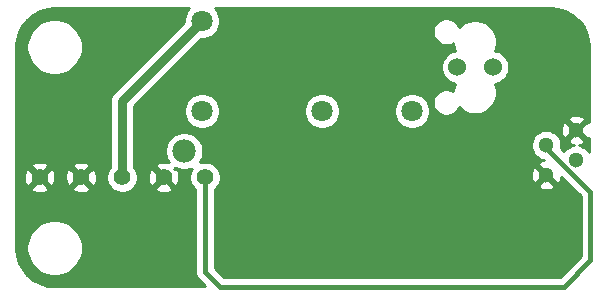
<source format=gbl>
G04 #@! TF.GenerationSoftware,KiCad,Pcbnew,(5.1.4-0-10_14)*
G04 #@! TF.CreationDate,2020-01-14T22:25:27-05:00*
G04 #@! TF.ProjectId,IMD_LATCH,494d445f-4c41-4544-9348-2e6b69636164,1*
G04 #@! TF.SameCoordinates,Original*
G04 #@! TF.FileFunction,Copper,L2,Bot*
G04 #@! TF.FilePolarity,Positive*
%FSLAX46Y46*%
G04 Gerber Fmt 4.6, Leading zero omitted, Abs format (unit mm)*
G04 Created by KiCad (PCBNEW (5.1.4-0-10_14)) date 2020-01-14 22:25:27*
%MOMM*%
%LPD*%
G04 APERTURE LIST*
%ADD10C,1.397000*%
%ADD11C,1.981000*%
%ADD12C,1.300000*%
%ADD13C,1.524000*%
%ADD14C,1.800000*%
%ADD15C,0.609600*%
%ADD16C,0.406400*%
%ADD17C,0.762000*%
%ADD18C,0.254000*%
G04 APERTURE END LIST*
D10*
X128597600Y-122313700D03*
X132097600Y-122313700D03*
D11*
X130347600Y-120083700D03*
D10*
X125097600Y-122313700D03*
X121597600Y-122313700D03*
X118097600Y-122313700D03*
D12*
X160997900Y-119583200D03*
X160997900Y-122123200D03*
X163537900Y-120853200D03*
X163537900Y-118313200D03*
D13*
X156476700Y-112979200D03*
X153479500Y-112979200D03*
D14*
X131851400Y-116700300D03*
X142011400Y-116700300D03*
X149631400Y-116700300D03*
X131851400Y-109080300D03*
D15*
X144945100Y-129514600D03*
X143027400Y-119329200D03*
D16*
X152298400Y-119964200D02*
X152298400Y-119951518D01*
X152298400Y-119951518D02*
X153758901Y-118491017D01*
X153758901Y-118491017D02*
X154063700Y-118186218D01*
D17*
X125097600Y-115834100D02*
X131851400Y-109080300D01*
X125097600Y-122313700D02*
X125097600Y-115834100D01*
D16*
X164744400Y-123547990D02*
X160997900Y-119801490D01*
X162509200Y-131559300D02*
X164744400Y-129324100D01*
X132097600Y-122313700D02*
X132097600Y-130306900D01*
X132097600Y-130306900D02*
X133350000Y-131559300D01*
X160997900Y-119801490D02*
X160997900Y-119583200D01*
X164744400Y-129324100D02*
X164744400Y-123547990D01*
X133350000Y-131559300D02*
X162509200Y-131559300D01*
D18*
G36*
X130659088Y-108101795D02*
G01*
X130491101Y-108353205D01*
X130375389Y-108632557D01*
X130316400Y-108929116D01*
X130316400Y-109178459D01*
X124414468Y-115080392D01*
X124375705Y-115112204D01*
X124248741Y-115266910D01*
X124158903Y-115434987D01*
X124154399Y-115443413D01*
X124096302Y-115634930D01*
X124076685Y-115834100D01*
X124081601Y-115884012D01*
X124081600Y-121443846D01*
X124061803Y-121463643D01*
X123915868Y-121682051D01*
X123815346Y-121924732D01*
X123764100Y-122182362D01*
X123764100Y-122445038D01*
X123815346Y-122702668D01*
X123915868Y-122945349D01*
X124061803Y-123163757D01*
X124247543Y-123349497D01*
X124465951Y-123495432D01*
X124708632Y-123595954D01*
X124966262Y-123647200D01*
X125228938Y-123647200D01*
X125486568Y-123595954D01*
X125729249Y-123495432D01*
X125947657Y-123349497D01*
X126063257Y-123233897D01*
X127857008Y-123233897D01*
X127916286Y-123467512D01*
X128154475Y-123578259D01*
X128409693Y-123640411D01*
X128672133Y-123651576D01*
X128931707Y-123611329D01*
X129178442Y-123521214D01*
X129278914Y-123467512D01*
X129338192Y-123233897D01*
X128597600Y-122493305D01*
X127857008Y-123233897D01*
X126063257Y-123233897D01*
X126133397Y-123163757D01*
X126279332Y-122945349D01*
X126379854Y-122702668D01*
X126431100Y-122445038D01*
X126431100Y-122388233D01*
X127259724Y-122388233D01*
X127299971Y-122647807D01*
X127390086Y-122894542D01*
X127443788Y-122995014D01*
X127677403Y-123054292D01*
X128417995Y-122313700D01*
X127677403Y-121573108D01*
X127443788Y-121632386D01*
X127333041Y-121870575D01*
X127270889Y-122125793D01*
X127259724Y-122388233D01*
X126431100Y-122388233D01*
X126431100Y-122182362D01*
X126379854Y-121924732D01*
X126279332Y-121682051D01*
X126133397Y-121463643D01*
X126113600Y-121443846D01*
X126113600Y-116549116D01*
X130316400Y-116549116D01*
X130316400Y-116851484D01*
X130375389Y-117148043D01*
X130491101Y-117427395D01*
X130659088Y-117678805D01*
X130872895Y-117892612D01*
X131124305Y-118060599D01*
X131403657Y-118176311D01*
X131700216Y-118235300D01*
X132002584Y-118235300D01*
X132299143Y-118176311D01*
X132578495Y-118060599D01*
X132829905Y-117892612D01*
X133043712Y-117678805D01*
X133211699Y-117427395D01*
X133327411Y-117148043D01*
X133386400Y-116851484D01*
X133386400Y-116549116D01*
X140476400Y-116549116D01*
X140476400Y-116851484D01*
X140535389Y-117148043D01*
X140651101Y-117427395D01*
X140819088Y-117678805D01*
X141032895Y-117892612D01*
X141284305Y-118060599D01*
X141563657Y-118176311D01*
X141860216Y-118235300D01*
X142162584Y-118235300D01*
X142459143Y-118176311D01*
X142738495Y-118060599D01*
X142989905Y-117892612D01*
X143203712Y-117678805D01*
X143371699Y-117427395D01*
X143487411Y-117148043D01*
X143546400Y-116851484D01*
X143546400Y-116549116D01*
X148096400Y-116549116D01*
X148096400Y-116851484D01*
X148155389Y-117148043D01*
X148271101Y-117427395D01*
X148439088Y-117678805D01*
X148652895Y-117892612D01*
X148904305Y-118060599D01*
X149183657Y-118176311D01*
X149480216Y-118235300D01*
X149782584Y-118235300D01*
X150079143Y-118176311D01*
X150358495Y-118060599D01*
X150609905Y-117892612D01*
X150823712Y-117678805D01*
X150991513Y-117427673D01*
X162831978Y-117427673D01*
X163537900Y-118133595D01*
X164243822Y-117427673D01*
X164190434Y-117198999D01*
X163960526Y-117093105D01*
X163714376Y-117034098D01*
X163461445Y-117024248D01*
X163211451Y-117063930D01*
X162974004Y-117151622D01*
X162885366Y-117198999D01*
X162831978Y-117427673D01*
X150991513Y-117427673D01*
X150991699Y-117427395D01*
X151107411Y-117148043D01*
X151166400Y-116851484D01*
X151166400Y-116549116D01*
X151107411Y-116252557D01*
X150991699Y-115973205D01*
X150823712Y-115721795D01*
X150609905Y-115507988D01*
X150358495Y-115340001D01*
X150079143Y-115224289D01*
X149782584Y-115165300D01*
X149480216Y-115165300D01*
X149183657Y-115224289D01*
X148904305Y-115340001D01*
X148652895Y-115507988D01*
X148439088Y-115721795D01*
X148271101Y-115973205D01*
X148155389Y-116252557D01*
X148096400Y-116549116D01*
X143546400Y-116549116D01*
X143487411Y-116252557D01*
X143371699Y-115973205D01*
X143203712Y-115721795D01*
X142989905Y-115507988D01*
X142738495Y-115340001D01*
X142459143Y-115224289D01*
X142162584Y-115165300D01*
X141860216Y-115165300D01*
X141563657Y-115224289D01*
X141284305Y-115340001D01*
X141032895Y-115507988D01*
X140819088Y-115721795D01*
X140651101Y-115973205D01*
X140535389Y-116252557D01*
X140476400Y-116549116D01*
X133386400Y-116549116D01*
X133327411Y-116252557D01*
X133211699Y-115973205D01*
X133043712Y-115721795D01*
X132829905Y-115507988D01*
X132578495Y-115340001D01*
X132299143Y-115224289D01*
X132002584Y-115165300D01*
X131700216Y-115165300D01*
X131403657Y-115224289D01*
X131124305Y-115340001D01*
X130872895Y-115507988D01*
X130659088Y-115721795D01*
X130491101Y-115973205D01*
X130375389Y-116252557D01*
X130316400Y-116549116D01*
X126113600Y-116549116D01*
X126113600Y-116254940D01*
X131753241Y-110615300D01*
X132002584Y-110615300D01*
X132299143Y-110556311D01*
X132578495Y-110440599D01*
X132829905Y-110272612D01*
X133043712Y-110058805D01*
X133170252Y-109869424D01*
X151396700Y-109869424D01*
X151396700Y-110094576D01*
X151440625Y-110315401D01*
X151526787Y-110523413D01*
X151651874Y-110710620D01*
X151811080Y-110869826D01*
X151998287Y-110994913D01*
X152206299Y-111081075D01*
X152427124Y-111125000D01*
X152652276Y-111125000D01*
X152873101Y-111081075D01*
X153081113Y-110994913D01*
X153136600Y-110957838D01*
X153136600Y-111001572D01*
X153207368Y-111357346D01*
X153303657Y-111589809D01*
X153072010Y-111635886D01*
X152817773Y-111741195D01*
X152588965Y-111894080D01*
X152394380Y-112088665D01*
X152241495Y-112317473D01*
X152136186Y-112571710D01*
X152082500Y-112841608D01*
X152082500Y-113116792D01*
X152136186Y-113386690D01*
X152241495Y-113640927D01*
X152394380Y-113869735D01*
X152588965Y-114064320D01*
X152817773Y-114217205D01*
X153072010Y-114322514D01*
X153303657Y-114368591D01*
X153207368Y-114601054D01*
X153136600Y-114956828D01*
X153136600Y-115000562D01*
X153081113Y-114963487D01*
X152873101Y-114877325D01*
X152652276Y-114833400D01*
X152427124Y-114833400D01*
X152206299Y-114877325D01*
X151998287Y-114963487D01*
X151811080Y-115088574D01*
X151651874Y-115247780D01*
X151526787Y-115434987D01*
X151440625Y-115642999D01*
X151396700Y-115863824D01*
X151396700Y-116088976D01*
X151440625Y-116309801D01*
X151526787Y-116517813D01*
X151651874Y-116705020D01*
X151811080Y-116864226D01*
X151998287Y-116989313D01*
X152206299Y-117075475D01*
X152427124Y-117119400D01*
X152652276Y-117119400D01*
X152873101Y-117075475D01*
X153081113Y-116989313D01*
X153268320Y-116864226D01*
X153427526Y-116705020D01*
X153552613Y-116517813D01*
X153611434Y-116375808D01*
X153804212Y-116568586D01*
X154105823Y-116770116D01*
X154440954Y-116908932D01*
X154796728Y-116979700D01*
X155159472Y-116979700D01*
X155515246Y-116908932D01*
X155850377Y-116770116D01*
X156151988Y-116568586D01*
X156408486Y-116312088D01*
X156610016Y-116010477D01*
X156748832Y-115675346D01*
X156819600Y-115319572D01*
X156819600Y-114956828D01*
X156748832Y-114601054D01*
X156652543Y-114368591D01*
X156884190Y-114322514D01*
X157138427Y-114217205D01*
X157367235Y-114064320D01*
X157561820Y-113869735D01*
X157714705Y-113640927D01*
X157820014Y-113386690D01*
X157873700Y-113116792D01*
X157873700Y-112841608D01*
X157820014Y-112571710D01*
X157714705Y-112317473D01*
X157561820Y-112088665D01*
X157367235Y-111894080D01*
X157138427Y-111741195D01*
X156884190Y-111635886D01*
X156652543Y-111589809D01*
X156748832Y-111357346D01*
X156819600Y-111001572D01*
X156819600Y-110638828D01*
X156748832Y-110283054D01*
X156610016Y-109947923D01*
X156408486Y-109646312D01*
X156151988Y-109389814D01*
X155850377Y-109188284D01*
X155515246Y-109049468D01*
X155159472Y-108978700D01*
X154796728Y-108978700D01*
X154440954Y-109049468D01*
X154105823Y-109188284D01*
X153804212Y-109389814D01*
X153611434Y-109582592D01*
X153552613Y-109440587D01*
X153427526Y-109253380D01*
X153268320Y-109094174D01*
X153081113Y-108969087D01*
X152873101Y-108882925D01*
X152652276Y-108839000D01*
X152427124Y-108839000D01*
X152206299Y-108882925D01*
X151998287Y-108969087D01*
X151811080Y-109094174D01*
X151651874Y-109253380D01*
X151526787Y-109440587D01*
X151440625Y-109648599D01*
X151396700Y-109869424D01*
X133170252Y-109869424D01*
X133211699Y-109807395D01*
X133327411Y-109528043D01*
X133386400Y-109231484D01*
X133386400Y-108929116D01*
X133327411Y-108632557D01*
X133211699Y-108353205D01*
X133043712Y-108101795D01*
X132954317Y-108012400D01*
X161331355Y-108012400D01*
X162000788Y-108078038D01*
X162610154Y-108262017D01*
X163172175Y-108560849D01*
X163665447Y-108963153D01*
X164071184Y-109453605D01*
X164373934Y-110013528D01*
X164562160Y-110621588D01*
X164632300Y-111288922D01*
X164632300Y-117656043D01*
X164423427Y-117607278D01*
X163717505Y-118313200D01*
X164423427Y-119019122D01*
X164632300Y-118970357D01*
X164632301Y-120178146D01*
X164536025Y-120034060D01*
X164357040Y-119855075D01*
X164146576Y-119714447D01*
X163912721Y-119617581D01*
X163737156Y-119582660D01*
X163864349Y-119562470D01*
X164101796Y-119474778D01*
X164190434Y-119427401D01*
X164243822Y-119198727D01*
X163537900Y-118492805D01*
X162831978Y-119198727D01*
X162885366Y-119427401D01*
X163115274Y-119533295D01*
X163329111Y-119584556D01*
X163163079Y-119617581D01*
X162929224Y-119714447D01*
X162718760Y-119855075D01*
X162539775Y-120034060D01*
X162490143Y-120108340D01*
X162251156Y-119869353D01*
X162282900Y-119709761D01*
X162282900Y-119456639D01*
X162233519Y-119208379D01*
X162136653Y-118974524D01*
X161996025Y-118764060D01*
X161817040Y-118585075D01*
X161606576Y-118444447D01*
X161474297Y-118389655D01*
X162248948Y-118389655D01*
X162288630Y-118639649D01*
X162376322Y-118877096D01*
X162423699Y-118965734D01*
X162652373Y-119019122D01*
X163358295Y-118313200D01*
X162652373Y-117607278D01*
X162423699Y-117660666D01*
X162317805Y-117890574D01*
X162258798Y-118136724D01*
X162248948Y-118389655D01*
X161474297Y-118389655D01*
X161372721Y-118347581D01*
X161124461Y-118298200D01*
X160871339Y-118298200D01*
X160623079Y-118347581D01*
X160389224Y-118444447D01*
X160178760Y-118585075D01*
X159999775Y-118764060D01*
X159859147Y-118974524D01*
X159762281Y-119208379D01*
X159712900Y-119456639D01*
X159712900Y-119709761D01*
X159762281Y-119958021D01*
X159859147Y-120191876D01*
X159999775Y-120402340D01*
X160178760Y-120581325D01*
X160389224Y-120721953D01*
X160623079Y-120818819D01*
X160798644Y-120853740D01*
X160671451Y-120873930D01*
X160434004Y-120961622D01*
X160345366Y-121008999D01*
X160291978Y-121237673D01*
X160997900Y-121943595D01*
X161012043Y-121929453D01*
X161191648Y-122109058D01*
X161177505Y-122123200D01*
X161883427Y-122829122D01*
X162112101Y-122775734D01*
X162217995Y-122545826D01*
X162277002Y-122299676D01*
X162278265Y-122267248D01*
X163906201Y-123895185D01*
X163906200Y-128976906D01*
X162162007Y-130721100D01*
X133697194Y-130721100D01*
X132935800Y-129959707D01*
X132935800Y-123357420D01*
X132947657Y-123349497D01*
X133133397Y-123163757D01*
X133236984Y-123008727D01*
X160291978Y-123008727D01*
X160345366Y-123237401D01*
X160575274Y-123343295D01*
X160821424Y-123402302D01*
X161074355Y-123412152D01*
X161324349Y-123372470D01*
X161561796Y-123284778D01*
X161650434Y-123237401D01*
X161703822Y-123008727D01*
X160997900Y-122302805D01*
X160291978Y-123008727D01*
X133236984Y-123008727D01*
X133279332Y-122945349D01*
X133379854Y-122702668D01*
X133431100Y-122445038D01*
X133431100Y-122199655D01*
X159708948Y-122199655D01*
X159748630Y-122449649D01*
X159836322Y-122687096D01*
X159883699Y-122775734D01*
X160112373Y-122829122D01*
X160818295Y-122123200D01*
X160112373Y-121417278D01*
X159883699Y-121470666D01*
X159777805Y-121700574D01*
X159718798Y-121946724D01*
X159708948Y-122199655D01*
X133431100Y-122199655D01*
X133431100Y-122182362D01*
X133379854Y-121924732D01*
X133279332Y-121682051D01*
X133133397Y-121463643D01*
X132947657Y-121277903D01*
X132729249Y-121131968D01*
X132486568Y-121031446D01*
X132228938Y-120980200D01*
X131966262Y-120980200D01*
X131708632Y-121031446D01*
X131654260Y-121053968D01*
X131788099Y-120853663D01*
X131910633Y-120557841D01*
X131973100Y-120243798D01*
X131973100Y-119923602D01*
X131910633Y-119609559D01*
X131788099Y-119313737D01*
X131610208Y-119047504D01*
X131383796Y-118821092D01*
X131117563Y-118643201D01*
X130821741Y-118520667D01*
X130507698Y-118458200D01*
X130187502Y-118458200D01*
X129873459Y-118520667D01*
X129577637Y-118643201D01*
X129311404Y-118821092D01*
X129084992Y-119047504D01*
X128907101Y-119313737D01*
X128784567Y-119609559D01*
X128722100Y-119923602D01*
X128722100Y-120243798D01*
X128784567Y-120557841D01*
X128907101Y-120853663D01*
X129037130Y-121048266D01*
X128785507Y-120986989D01*
X128523067Y-120975824D01*
X128263493Y-121016071D01*
X128016758Y-121106186D01*
X127916286Y-121159888D01*
X127857008Y-121393503D01*
X128597600Y-122134095D01*
X128611743Y-122119953D01*
X128791348Y-122299558D01*
X128777205Y-122313700D01*
X129517797Y-123054292D01*
X129751412Y-122995014D01*
X129862159Y-122756825D01*
X129924311Y-122501607D01*
X129935476Y-122239167D01*
X129895229Y-121979593D01*
X129805114Y-121732858D01*
X129751412Y-121632386D01*
X129517799Y-121573109D01*
X129571086Y-121519822D01*
X129577637Y-121524199D01*
X129873459Y-121646733D01*
X130187502Y-121709200D01*
X130507698Y-121709200D01*
X130821741Y-121646733D01*
X130984518Y-121579308D01*
X130915868Y-121682051D01*
X130815346Y-121924732D01*
X130764100Y-122182362D01*
X130764100Y-122445038D01*
X130815346Y-122702668D01*
X130915868Y-122945349D01*
X131061803Y-123163757D01*
X131247543Y-123349497D01*
X131259400Y-123357420D01*
X131259401Y-130265727D01*
X131255346Y-130306900D01*
X131271529Y-130471215D01*
X131319458Y-130629216D01*
X131397291Y-130774831D01*
X131469303Y-130862577D01*
X131502037Y-130902464D01*
X131534013Y-130928706D01*
X132147706Y-131542400D01*
X119403245Y-131542400D01*
X118733811Y-131476762D01*
X118124445Y-131292783D01*
X117562429Y-130993953D01*
X117069155Y-130591650D01*
X116663416Y-130101195D01*
X116360666Y-129541273D01*
X116172440Y-128933211D01*
X116102300Y-128265878D01*
X116102300Y-128043438D01*
X116991844Y-128043438D01*
X116991844Y-128511362D01*
X117083131Y-128970295D01*
X117262198Y-129402600D01*
X117522163Y-129791665D01*
X117853035Y-130122537D01*
X118242100Y-130382502D01*
X118674405Y-130561569D01*
X119133338Y-130652856D01*
X119601262Y-130652856D01*
X120060195Y-130561569D01*
X120492500Y-130382502D01*
X120881565Y-130122537D01*
X121212437Y-129791665D01*
X121472402Y-129402600D01*
X121651469Y-128970295D01*
X121742756Y-128511362D01*
X121742756Y-128043438D01*
X121651469Y-127584505D01*
X121472402Y-127152200D01*
X121212437Y-126763135D01*
X120881565Y-126432263D01*
X120492500Y-126172298D01*
X120060195Y-125993231D01*
X119601262Y-125901944D01*
X119133338Y-125901944D01*
X118674405Y-125993231D01*
X118242100Y-126172298D01*
X117853035Y-126432263D01*
X117522163Y-126763135D01*
X117262198Y-127152200D01*
X117083131Y-127584505D01*
X116991844Y-128043438D01*
X116102300Y-128043438D01*
X116102300Y-123233897D01*
X117357008Y-123233897D01*
X117416286Y-123467512D01*
X117654475Y-123578259D01*
X117909693Y-123640411D01*
X118172133Y-123651576D01*
X118431707Y-123611329D01*
X118678442Y-123521214D01*
X118778914Y-123467512D01*
X118838192Y-123233897D01*
X120857008Y-123233897D01*
X120916286Y-123467512D01*
X121154475Y-123578259D01*
X121409693Y-123640411D01*
X121672133Y-123651576D01*
X121931707Y-123611329D01*
X122178442Y-123521214D01*
X122278914Y-123467512D01*
X122338192Y-123233897D01*
X121597600Y-122493305D01*
X120857008Y-123233897D01*
X118838192Y-123233897D01*
X118097600Y-122493305D01*
X117357008Y-123233897D01*
X116102300Y-123233897D01*
X116102300Y-122388233D01*
X116759724Y-122388233D01*
X116799971Y-122647807D01*
X116890086Y-122894542D01*
X116943788Y-122995014D01*
X117177403Y-123054292D01*
X117917995Y-122313700D01*
X118277205Y-122313700D01*
X119017797Y-123054292D01*
X119251412Y-122995014D01*
X119362159Y-122756825D01*
X119424311Y-122501607D01*
X119429134Y-122388233D01*
X120259724Y-122388233D01*
X120299971Y-122647807D01*
X120390086Y-122894542D01*
X120443788Y-122995014D01*
X120677403Y-123054292D01*
X121417995Y-122313700D01*
X121777205Y-122313700D01*
X122517797Y-123054292D01*
X122751412Y-122995014D01*
X122862159Y-122756825D01*
X122924311Y-122501607D01*
X122935476Y-122239167D01*
X122895229Y-121979593D01*
X122805114Y-121732858D01*
X122751412Y-121632386D01*
X122517797Y-121573108D01*
X121777205Y-122313700D01*
X121417995Y-122313700D01*
X120677403Y-121573108D01*
X120443788Y-121632386D01*
X120333041Y-121870575D01*
X120270889Y-122125793D01*
X120259724Y-122388233D01*
X119429134Y-122388233D01*
X119435476Y-122239167D01*
X119395229Y-121979593D01*
X119305114Y-121732858D01*
X119251412Y-121632386D01*
X119017797Y-121573108D01*
X118277205Y-122313700D01*
X117917995Y-122313700D01*
X117177403Y-121573108D01*
X116943788Y-121632386D01*
X116833041Y-121870575D01*
X116770889Y-122125793D01*
X116759724Y-122388233D01*
X116102300Y-122388233D01*
X116102300Y-121393503D01*
X117357008Y-121393503D01*
X118097600Y-122134095D01*
X118838192Y-121393503D01*
X120857008Y-121393503D01*
X121597600Y-122134095D01*
X122338192Y-121393503D01*
X122278914Y-121159888D01*
X122040725Y-121049141D01*
X121785507Y-120986989D01*
X121523067Y-120975824D01*
X121263493Y-121016071D01*
X121016758Y-121106186D01*
X120916286Y-121159888D01*
X120857008Y-121393503D01*
X118838192Y-121393503D01*
X118778914Y-121159888D01*
X118540725Y-121049141D01*
X118285507Y-120986989D01*
X118023067Y-120975824D01*
X117763493Y-121016071D01*
X117516758Y-121106186D01*
X117416286Y-121159888D01*
X117357008Y-121393503D01*
X116102300Y-121393503D01*
X116102300Y-111313345D01*
X116128764Y-111043438D01*
X116991844Y-111043438D01*
X116991844Y-111511362D01*
X117083131Y-111970295D01*
X117262198Y-112402600D01*
X117522163Y-112791665D01*
X117853035Y-113122537D01*
X118242100Y-113382502D01*
X118674405Y-113561569D01*
X119133338Y-113652856D01*
X119601262Y-113652856D01*
X120060195Y-113561569D01*
X120492500Y-113382502D01*
X120881565Y-113122537D01*
X121212437Y-112791665D01*
X121472402Y-112402600D01*
X121651469Y-111970295D01*
X121742756Y-111511362D01*
X121742756Y-111043438D01*
X121651469Y-110584505D01*
X121472402Y-110152200D01*
X121212437Y-109763135D01*
X120881565Y-109432263D01*
X120492500Y-109172298D01*
X120060195Y-108993231D01*
X119601262Y-108901944D01*
X119133338Y-108901944D01*
X118674405Y-108993231D01*
X118242100Y-109172298D01*
X117853035Y-109432263D01*
X117522163Y-109763135D01*
X117262198Y-110152200D01*
X117083131Y-110584505D01*
X116991844Y-111043438D01*
X116128764Y-111043438D01*
X116167938Y-110643912D01*
X116351917Y-110034546D01*
X116650749Y-109472525D01*
X117053053Y-108979253D01*
X117543505Y-108573516D01*
X118103428Y-108270766D01*
X118711488Y-108082540D01*
X119378822Y-108012400D01*
X130748483Y-108012400D01*
X130659088Y-108101795D01*
X130659088Y-108101795D01*
G37*
X130659088Y-108101795D02*
X130491101Y-108353205D01*
X130375389Y-108632557D01*
X130316400Y-108929116D01*
X130316400Y-109178459D01*
X124414468Y-115080392D01*
X124375705Y-115112204D01*
X124248741Y-115266910D01*
X124158903Y-115434987D01*
X124154399Y-115443413D01*
X124096302Y-115634930D01*
X124076685Y-115834100D01*
X124081601Y-115884012D01*
X124081600Y-121443846D01*
X124061803Y-121463643D01*
X123915868Y-121682051D01*
X123815346Y-121924732D01*
X123764100Y-122182362D01*
X123764100Y-122445038D01*
X123815346Y-122702668D01*
X123915868Y-122945349D01*
X124061803Y-123163757D01*
X124247543Y-123349497D01*
X124465951Y-123495432D01*
X124708632Y-123595954D01*
X124966262Y-123647200D01*
X125228938Y-123647200D01*
X125486568Y-123595954D01*
X125729249Y-123495432D01*
X125947657Y-123349497D01*
X126063257Y-123233897D01*
X127857008Y-123233897D01*
X127916286Y-123467512D01*
X128154475Y-123578259D01*
X128409693Y-123640411D01*
X128672133Y-123651576D01*
X128931707Y-123611329D01*
X129178442Y-123521214D01*
X129278914Y-123467512D01*
X129338192Y-123233897D01*
X128597600Y-122493305D01*
X127857008Y-123233897D01*
X126063257Y-123233897D01*
X126133397Y-123163757D01*
X126279332Y-122945349D01*
X126379854Y-122702668D01*
X126431100Y-122445038D01*
X126431100Y-122388233D01*
X127259724Y-122388233D01*
X127299971Y-122647807D01*
X127390086Y-122894542D01*
X127443788Y-122995014D01*
X127677403Y-123054292D01*
X128417995Y-122313700D01*
X127677403Y-121573108D01*
X127443788Y-121632386D01*
X127333041Y-121870575D01*
X127270889Y-122125793D01*
X127259724Y-122388233D01*
X126431100Y-122388233D01*
X126431100Y-122182362D01*
X126379854Y-121924732D01*
X126279332Y-121682051D01*
X126133397Y-121463643D01*
X126113600Y-121443846D01*
X126113600Y-116549116D01*
X130316400Y-116549116D01*
X130316400Y-116851484D01*
X130375389Y-117148043D01*
X130491101Y-117427395D01*
X130659088Y-117678805D01*
X130872895Y-117892612D01*
X131124305Y-118060599D01*
X131403657Y-118176311D01*
X131700216Y-118235300D01*
X132002584Y-118235300D01*
X132299143Y-118176311D01*
X132578495Y-118060599D01*
X132829905Y-117892612D01*
X133043712Y-117678805D01*
X133211699Y-117427395D01*
X133327411Y-117148043D01*
X133386400Y-116851484D01*
X133386400Y-116549116D01*
X140476400Y-116549116D01*
X140476400Y-116851484D01*
X140535389Y-117148043D01*
X140651101Y-117427395D01*
X140819088Y-117678805D01*
X141032895Y-117892612D01*
X141284305Y-118060599D01*
X141563657Y-118176311D01*
X141860216Y-118235300D01*
X142162584Y-118235300D01*
X142459143Y-118176311D01*
X142738495Y-118060599D01*
X142989905Y-117892612D01*
X143203712Y-117678805D01*
X143371699Y-117427395D01*
X143487411Y-117148043D01*
X143546400Y-116851484D01*
X143546400Y-116549116D01*
X148096400Y-116549116D01*
X148096400Y-116851484D01*
X148155389Y-117148043D01*
X148271101Y-117427395D01*
X148439088Y-117678805D01*
X148652895Y-117892612D01*
X148904305Y-118060599D01*
X149183657Y-118176311D01*
X149480216Y-118235300D01*
X149782584Y-118235300D01*
X150079143Y-118176311D01*
X150358495Y-118060599D01*
X150609905Y-117892612D01*
X150823712Y-117678805D01*
X150991513Y-117427673D01*
X162831978Y-117427673D01*
X163537900Y-118133595D01*
X164243822Y-117427673D01*
X164190434Y-117198999D01*
X163960526Y-117093105D01*
X163714376Y-117034098D01*
X163461445Y-117024248D01*
X163211451Y-117063930D01*
X162974004Y-117151622D01*
X162885366Y-117198999D01*
X162831978Y-117427673D01*
X150991513Y-117427673D01*
X150991699Y-117427395D01*
X151107411Y-117148043D01*
X151166400Y-116851484D01*
X151166400Y-116549116D01*
X151107411Y-116252557D01*
X150991699Y-115973205D01*
X150823712Y-115721795D01*
X150609905Y-115507988D01*
X150358495Y-115340001D01*
X150079143Y-115224289D01*
X149782584Y-115165300D01*
X149480216Y-115165300D01*
X149183657Y-115224289D01*
X148904305Y-115340001D01*
X148652895Y-115507988D01*
X148439088Y-115721795D01*
X148271101Y-115973205D01*
X148155389Y-116252557D01*
X148096400Y-116549116D01*
X143546400Y-116549116D01*
X143487411Y-116252557D01*
X143371699Y-115973205D01*
X143203712Y-115721795D01*
X142989905Y-115507988D01*
X142738495Y-115340001D01*
X142459143Y-115224289D01*
X142162584Y-115165300D01*
X141860216Y-115165300D01*
X141563657Y-115224289D01*
X141284305Y-115340001D01*
X141032895Y-115507988D01*
X140819088Y-115721795D01*
X140651101Y-115973205D01*
X140535389Y-116252557D01*
X140476400Y-116549116D01*
X133386400Y-116549116D01*
X133327411Y-116252557D01*
X133211699Y-115973205D01*
X133043712Y-115721795D01*
X132829905Y-115507988D01*
X132578495Y-115340001D01*
X132299143Y-115224289D01*
X132002584Y-115165300D01*
X131700216Y-115165300D01*
X131403657Y-115224289D01*
X131124305Y-115340001D01*
X130872895Y-115507988D01*
X130659088Y-115721795D01*
X130491101Y-115973205D01*
X130375389Y-116252557D01*
X130316400Y-116549116D01*
X126113600Y-116549116D01*
X126113600Y-116254940D01*
X131753241Y-110615300D01*
X132002584Y-110615300D01*
X132299143Y-110556311D01*
X132578495Y-110440599D01*
X132829905Y-110272612D01*
X133043712Y-110058805D01*
X133170252Y-109869424D01*
X151396700Y-109869424D01*
X151396700Y-110094576D01*
X151440625Y-110315401D01*
X151526787Y-110523413D01*
X151651874Y-110710620D01*
X151811080Y-110869826D01*
X151998287Y-110994913D01*
X152206299Y-111081075D01*
X152427124Y-111125000D01*
X152652276Y-111125000D01*
X152873101Y-111081075D01*
X153081113Y-110994913D01*
X153136600Y-110957838D01*
X153136600Y-111001572D01*
X153207368Y-111357346D01*
X153303657Y-111589809D01*
X153072010Y-111635886D01*
X152817773Y-111741195D01*
X152588965Y-111894080D01*
X152394380Y-112088665D01*
X152241495Y-112317473D01*
X152136186Y-112571710D01*
X152082500Y-112841608D01*
X152082500Y-113116792D01*
X152136186Y-113386690D01*
X152241495Y-113640927D01*
X152394380Y-113869735D01*
X152588965Y-114064320D01*
X152817773Y-114217205D01*
X153072010Y-114322514D01*
X153303657Y-114368591D01*
X153207368Y-114601054D01*
X153136600Y-114956828D01*
X153136600Y-115000562D01*
X153081113Y-114963487D01*
X152873101Y-114877325D01*
X152652276Y-114833400D01*
X152427124Y-114833400D01*
X152206299Y-114877325D01*
X151998287Y-114963487D01*
X151811080Y-115088574D01*
X151651874Y-115247780D01*
X151526787Y-115434987D01*
X151440625Y-115642999D01*
X151396700Y-115863824D01*
X151396700Y-116088976D01*
X151440625Y-116309801D01*
X151526787Y-116517813D01*
X151651874Y-116705020D01*
X151811080Y-116864226D01*
X151998287Y-116989313D01*
X152206299Y-117075475D01*
X152427124Y-117119400D01*
X152652276Y-117119400D01*
X152873101Y-117075475D01*
X153081113Y-116989313D01*
X153268320Y-116864226D01*
X153427526Y-116705020D01*
X153552613Y-116517813D01*
X153611434Y-116375808D01*
X153804212Y-116568586D01*
X154105823Y-116770116D01*
X154440954Y-116908932D01*
X154796728Y-116979700D01*
X155159472Y-116979700D01*
X155515246Y-116908932D01*
X155850377Y-116770116D01*
X156151988Y-116568586D01*
X156408486Y-116312088D01*
X156610016Y-116010477D01*
X156748832Y-115675346D01*
X156819600Y-115319572D01*
X156819600Y-114956828D01*
X156748832Y-114601054D01*
X156652543Y-114368591D01*
X156884190Y-114322514D01*
X157138427Y-114217205D01*
X157367235Y-114064320D01*
X157561820Y-113869735D01*
X157714705Y-113640927D01*
X157820014Y-113386690D01*
X157873700Y-113116792D01*
X157873700Y-112841608D01*
X157820014Y-112571710D01*
X157714705Y-112317473D01*
X157561820Y-112088665D01*
X157367235Y-111894080D01*
X157138427Y-111741195D01*
X156884190Y-111635886D01*
X156652543Y-111589809D01*
X156748832Y-111357346D01*
X156819600Y-111001572D01*
X156819600Y-110638828D01*
X156748832Y-110283054D01*
X156610016Y-109947923D01*
X156408486Y-109646312D01*
X156151988Y-109389814D01*
X155850377Y-109188284D01*
X155515246Y-109049468D01*
X155159472Y-108978700D01*
X154796728Y-108978700D01*
X154440954Y-109049468D01*
X154105823Y-109188284D01*
X153804212Y-109389814D01*
X153611434Y-109582592D01*
X153552613Y-109440587D01*
X153427526Y-109253380D01*
X153268320Y-109094174D01*
X153081113Y-108969087D01*
X152873101Y-108882925D01*
X152652276Y-108839000D01*
X152427124Y-108839000D01*
X152206299Y-108882925D01*
X151998287Y-108969087D01*
X151811080Y-109094174D01*
X151651874Y-109253380D01*
X151526787Y-109440587D01*
X151440625Y-109648599D01*
X151396700Y-109869424D01*
X133170252Y-109869424D01*
X133211699Y-109807395D01*
X133327411Y-109528043D01*
X133386400Y-109231484D01*
X133386400Y-108929116D01*
X133327411Y-108632557D01*
X133211699Y-108353205D01*
X133043712Y-108101795D01*
X132954317Y-108012400D01*
X161331355Y-108012400D01*
X162000788Y-108078038D01*
X162610154Y-108262017D01*
X163172175Y-108560849D01*
X163665447Y-108963153D01*
X164071184Y-109453605D01*
X164373934Y-110013528D01*
X164562160Y-110621588D01*
X164632300Y-111288922D01*
X164632300Y-117656043D01*
X164423427Y-117607278D01*
X163717505Y-118313200D01*
X164423427Y-119019122D01*
X164632300Y-118970357D01*
X164632301Y-120178146D01*
X164536025Y-120034060D01*
X164357040Y-119855075D01*
X164146576Y-119714447D01*
X163912721Y-119617581D01*
X163737156Y-119582660D01*
X163864349Y-119562470D01*
X164101796Y-119474778D01*
X164190434Y-119427401D01*
X164243822Y-119198727D01*
X163537900Y-118492805D01*
X162831978Y-119198727D01*
X162885366Y-119427401D01*
X163115274Y-119533295D01*
X163329111Y-119584556D01*
X163163079Y-119617581D01*
X162929224Y-119714447D01*
X162718760Y-119855075D01*
X162539775Y-120034060D01*
X162490143Y-120108340D01*
X162251156Y-119869353D01*
X162282900Y-119709761D01*
X162282900Y-119456639D01*
X162233519Y-119208379D01*
X162136653Y-118974524D01*
X161996025Y-118764060D01*
X161817040Y-118585075D01*
X161606576Y-118444447D01*
X161474297Y-118389655D01*
X162248948Y-118389655D01*
X162288630Y-118639649D01*
X162376322Y-118877096D01*
X162423699Y-118965734D01*
X162652373Y-119019122D01*
X163358295Y-118313200D01*
X162652373Y-117607278D01*
X162423699Y-117660666D01*
X162317805Y-117890574D01*
X162258798Y-118136724D01*
X162248948Y-118389655D01*
X161474297Y-118389655D01*
X161372721Y-118347581D01*
X161124461Y-118298200D01*
X160871339Y-118298200D01*
X160623079Y-118347581D01*
X160389224Y-118444447D01*
X160178760Y-118585075D01*
X159999775Y-118764060D01*
X159859147Y-118974524D01*
X159762281Y-119208379D01*
X159712900Y-119456639D01*
X159712900Y-119709761D01*
X159762281Y-119958021D01*
X159859147Y-120191876D01*
X159999775Y-120402340D01*
X160178760Y-120581325D01*
X160389224Y-120721953D01*
X160623079Y-120818819D01*
X160798644Y-120853740D01*
X160671451Y-120873930D01*
X160434004Y-120961622D01*
X160345366Y-121008999D01*
X160291978Y-121237673D01*
X160997900Y-121943595D01*
X161012043Y-121929453D01*
X161191648Y-122109058D01*
X161177505Y-122123200D01*
X161883427Y-122829122D01*
X162112101Y-122775734D01*
X162217995Y-122545826D01*
X162277002Y-122299676D01*
X162278265Y-122267248D01*
X163906201Y-123895185D01*
X163906200Y-128976906D01*
X162162007Y-130721100D01*
X133697194Y-130721100D01*
X132935800Y-129959707D01*
X132935800Y-123357420D01*
X132947657Y-123349497D01*
X133133397Y-123163757D01*
X133236984Y-123008727D01*
X160291978Y-123008727D01*
X160345366Y-123237401D01*
X160575274Y-123343295D01*
X160821424Y-123402302D01*
X161074355Y-123412152D01*
X161324349Y-123372470D01*
X161561796Y-123284778D01*
X161650434Y-123237401D01*
X161703822Y-123008727D01*
X160997900Y-122302805D01*
X160291978Y-123008727D01*
X133236984Y-123008727D01*
X133279332Y-122945349D01*
X133379854Y-122702668D01*
X133431100Y-122445038D01*
X133431100Y-122199655D01*
X159708948Y-122199655D01*
X159748630Y-122449649D01*
X159836322Y-122687096D01*
X159883699Y-122775734D01*
X160112373Y-122829122D01*
X160818295Y-122123200D01*
X160112373Y-121417278D01*
X159883699Y-121470666D01*
X159777805Y-121700574D01*
X159718798Y-121946724D01*
X159708948Y-122199655D01*
X133431100Y-122199655D01*
X133431100Y-122182362D01*
X133379854Y-121924732D01*
X133279332Y-121682051D01*
X133133397Y-121463643D01*
X132947657Y-121277903D01*
X132729249Y-121131968D01*
X132486568Y-121031446D01*
X132228938Y-120980200D01*
X131966262Y-120980200D01*
X131708632Y-121031446D01*
X131654260Y-121053968D01*
X131788099Y-120853663D01*
X131910633Y-120557841D01*
X131973100Y-120243798D01*
X131973100Y-119923602D01*
X131910633Y-119609559D01*
X131788099Y-119313737D01*
X131610208Y-119047504D01*
X131383796Y-118821092D01*
X131117563Y-118643201D01*
X130821741Y-118520667D01*
X130507698Y-118458200D01*
X130187502Y-118458200D01*
X129873459Y-118520667D01*
X129577637Y-118643201D01*
X129311404Y-118821092D01*
X129084992Y-119047504D01*
X128907101Y-119313737D01*
X128784567Y-119609559D01*
X128722100Y-119923602D01*
X128722100Y-120243798D01*
X128784567Y-120557841D01*
X128907101Y-120853663D01*
X129037130Y-121048266D01*
X128785507Y-120986989D01*
X128523067Y-120975824D01*
X128263493Y-121016071D01*
X128016758Y-121106186D01*
X127916286Y-121159888D01*
X127857008Y-121393503D01*
X128597600Y-122134095D01*
X128611743Y-122119953D01*
X128791348Y-122299558D01*
X128777205Y-122313700D01*
X129517797Y-123054292D01*
X129751412Y-122995014D01*
X129862159Y-122756825D01*
X129924311Y-122501607D01*
X129935476Y-122239167D01*
X129895229Y-121979593D01*
X129805114Y-121732858D01*
X129751412Y-121632386D01*
X129517799Y-121573109D01*
X129571086Y-121519822D01*
X129577637Y-121524199D01*
X129873459Y-121646733D01*
X130187502Y-121709200D01*
X130507698Y-121709200D01*
X130821741Y-121646733D01*
X130984518Y-121579308D01*
X130915868Y-121682051D01*
X130815346Y-121924732D01*
X130764100Y-122182362D01*
X130764100Y-122445038D01*
X130815346Y-122702668D01*
X130915868Y-122945349D01*
X131061803Y-123163757D01*
X131247543Y-123349497D01*
X131259400Y-123357420D01*
X131259401Y-130265727D01*
X131255346Y-130306900D01*
X131271529Y-130471215D01*
X131319458Y-130629216D01*
X131397291Y-130774831D01*
X131469303Y-130862577D01*
X131502037Y-130902464D01*
X131534013Y-130928706D01*
X132147706Y-131542400D01*
X119403245Y-131542400D01*
X118733811Y-131476762D01*
X118124445Y-131292783D01*
X117562429Y-130993953D01*
X117069155Y-130591650D01*
X116663416Y-130101195D01*
X116360666Y-129541273D01*
X116172440Y-128933211D01*
X116102300Y-128265878D01*
X116102300Y-128043438D01*
X116991844Y-128043438D01*
X116991844Y-128511362D01*
X117083131Y-128970295D01*
X117262198Y-129402600D01*
X117522163Y-129791665D01*
X117853035Y-130122537D01*
X118242100Y-130382502D01*
X118674405Y-130561569D01*
X119133338Y-130652856D01*
X119601262Y-130652856D01*
X120060195Y-130561569D01*
X120492500Y-130382502D01*
X120881565Y-130122537D01*
X121212437Y-129791665D01*
X121472402Y-129402600D01*
X121651469Y-128970295D01*
X121742756Y-128511362D01*
X121742756Y-128043438D01*
X121651469Y-127584505D01*
X121472402Y-127152200D01*
X121212437Y-126763135D01*
X120881565Y-126432263D01*
X120492500Y-126172298D01*
X120060195Y-125993231D01*
X119601262Y-125901944D01*
X119133338Y-125901944D01*
X118674405Y-125993231D01*
X118242100Y-126172298D01*
X117853035Y-126432263D01*
X117522163Y-126763135D01*
X117262198Y-127152200D01*
X117083131Y-127584505D01*
X116991844Y-128043438D01*
X116102300Y-128043438D01*
X116102300Y-123233897D01*
X117357008Y-123233897D01*
X117416286Y-123467512D01*
X117654475Y-123578259D01*
X117909693Y-123640411D01*
X118172133Y-123651576D01*
X118431707Y-123611329D01*
X118678442Y-123521214D01*
X118778914Y-123467512D01*
X118838192Y-123233897D01*
X120857008Y-123233897D01*
X120916286Y-123467512D01*
X121154475Y-123578259D01*
X121409693Y-123640411D01*
X121672133Y-123651576D01*
X121931707Y-123611329D01*
X122178442Y-123521214D01*
X122278914Y-123467512D01*
X122338192Y-123233897D01*
X121597600Y-122493305D01*
X120857008Y-123233897D01*
X118838192Y-123233897D01*
X118097600Y-122493305D01*
X117357008Y-123233897D01*
X116102300Y-123233897D01*
X116102300Y-122388233D01*
X116759724Y-122388233D01*
X116799971Y-122647807D01*
X116890086Y-122894542D01*
X116943788Y-122995014D01*
X117177403Y-123054292D01*
X117917995Y-122313700D01*
X118277205Y-122313700D01*
X119017797Y-123054292D01*
X119251412Y-122995014D01*
X119362159Y-122756825D01*
X119424311Y-122501607D01*
X119429134Y-122388233D01*
X120259724Y-122388233D01*
X120299971Y-122647807D01*
X120390086Y-122894542D01*
X120443788Y-122995014D01*
X120677403Y-123054292D01*
X121417995Y-122313700D01*
X121777205Y-122313700D01*
X122517797Y-123054292D01*
X122751412Y-122995014D01*
X122862159Y-122756825D01*
X122924311Y-122501607D01*
X122935476Y-122239167D01*
X122895229Y-121979593D01*
X122805114Y-121732858D01*
X122751412Y-121632386D01*
X122517797Y-121573108D01*
X121777205Y-122313700D01*
X121417995Y-122313700D01*
X120677403Y-121573108D01*
X120443788Y-121632386D01*
X120333041Y-121870575D01*
X120270889Y-122125793D01*
X120259724Y-122388233D01*
X119429134Y-122388233D01*
X119435476Y-122239167D01*
X119395229Y-121979593D01*
X119305114Y-121732858D01*
X119251412Y-121632386D01*
X119017797Y-121573108D01*
X118277205Y-122313700D01*
X117917995Y-122313700D01*
X117177403Y-121573108D01*
X116943788Y-121632386D01*
X116833041Y-121870575D01*
X116770889Y-122125793D01*
X116759724Y-122388233D01*
X116102300Y-122388233D01*
X116102300Y-121393503D01*
X117357008Y-121393503D01*
X118097600Y-122134095D01*
X118838192Y-121393503D01*
X120857008Y-121393503D01*
X121597600Y-122134095D01*
X122338192Y-121393503D01*
X122278914Y-121159888D01*
X122040725Y-121049141D01*
X121785507Y-120986989D01*
X121523067Y-120975824D01*
X121263493Y-121016071D01*
X121016758Y-121106186D01*
X120916286Y-121159888D01*
X120857008Y-121393503D01*
X118838192Y-121393503D01*
X118778914Y-121159888D01*
X118540725Y-121049141D01*
X118285507Y-120986989D01*
X118023067Y-120975824D01*
X117763493Y-121016071D01*
X117516758Y-121106186D01*
X117416286Y-121159888D01*
X117357008Y-121393503D01*
X116102300Y-121393503D01*
X116102300Y-111313345D01*
X116128764Y-111043438D01*
X116991844Y-111043438D01*
X116991844Y-111511362D01*
X117083131Y-111970295D01*
X117262198Y-112402600D01*
X117522163Y-112791665D01*
X117853035Y-113122537D01*
X118242100Y-113382502D01*
X118674405Y-113561569D01*
X119133338Y-113652856D01*
X119601262Y-113652856D01*
X120060195Y-113561569D01*
X120492500Y-113382502D01*
X120881565Y-113122537D01*
X121212437Y-112791665D01*
X121472402Y-112402600D01*
X121651469Y-111970295D01*
X121742756Y-111511362D01*
X121742756Y-111043438D01*
X121651469Y-110584505D01*
X121472402Y-110152200D01*
X121212437Y-109763135D01*
X120881565Y-109432263D01*
X120492500Y-109172298D01*
X120060195Y-108993231D01*
X119601262Y-108901944D01*
X119133338Y-108901944D01*
X118674405Y-108993231D01*
X118242100Y-109172298D01*
X117853035Y-109432263D01*
X117522163Y-109763135D01*
X117262198Y-110152200D01*
X117083131Y-110584505D01*
X116991844Y-111043438D01*
X116128764Y-111043438D01*
X116167938Y-110643912D01*
X116351917Y-110034546D01*
X116650749Y-109472525D01*
X117053053Y-108979253D01*
X117543505Y-108573516D01*
X118103428Y-108270766D01*
X118711488Y-108082540D01*
X119378822Y-108012400D01*
X130748483Y-108012400D01*
X130659088Y-108101795D01*
M02*

</source>
